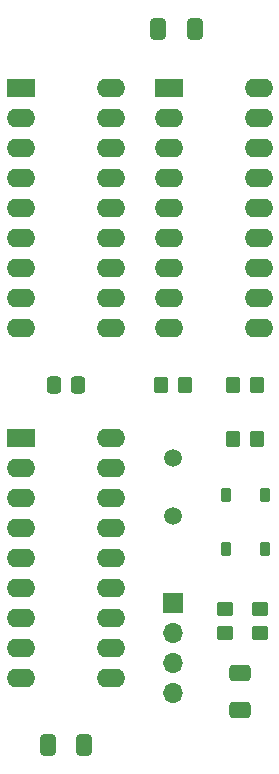
<source format=gbr>
%TF.GenerationSoftware,KiCad,Pcbnew,7.0.6-0*%
%TF.CreationDate,2023-08-27T17:26:56+10:00*%
%TF.ProjectId,PC-SPRINT_SMD,50432d53-5052-4494-9e54-5f534d442e6b,rev?*%
%TF.SameCoordinates,Original*%
%TF.FileFunction,Soldermask,Top*%
%TF.FilePolarity,Negative*%
%FSLAX46Y46*%
G04 Gerber Fmt 4.6, Leading zero omitted, Abs format (unit mm)*
G04 Created by KiCad (PCBNEW 7.0.6-0) date 2023-08-27 17:26:56*
%MOMM*%
%LPD*%
G01*
G04 APERTURE LIST*
G04 Aperture macros list*
%AMRoundRect*
0 Rectangle with rounded corners*
0 $1 Rounding radius*
0 $2 $3 $4 $5 $6 $7 $8 $9 X,Y pos of 4 corners*
0 Add a 4 corners polygon primitive as box body*
4,1,4,$2,$3,$4,$5,$6,$7,$8,$9,$2,$3,0*
0 Add four circle primitives for the rounded corners*
1,1,$1+$1,$2,$3*
1,1,$1+$1,$4,$5*
1,1,$1+$1,$6,$7*
1,1,$1+$1,$8,$9*
0 Add four rect primitives between the rounded corners*
20,1,$1+$1,$2,$3,$4,$5,0*
20,1,$1+$1,$4,$5,$6,$7,0*
20,1,$1+$1,$6,$7,$8,$9,0*
20,1,$1+$1,$8,$9,$2,$3,0*%
G04 Aperture macros list end*
%ADD10RoundRect,0.250000X0.450000X-0.350000X0.450000X0.350000X-0.450000X0.350000X-0.450000X-0.350000X0*%
%ADD11R,2.400000X1.600000*%
%ADD12O,2.400000X1.600000*%
%ADD13RoundRect,0.250000X0.412500X0.650000X-0.412500X0.650000X-0.412500X-0.650000X0.412500X-0.650000X0*%
%ADD14RoundRect,0.250000X-0.350000X-0.450000X0.350000X-0.450000X0.350000X0.450000X-0.350000X0.450000X0*%
%ADD15RoundRect,0.225000X-0.225000X-0.375000X0.225000X-0.375000X0.225000X0.375000X-0.225000X0.375000X0*%
%ADD16C,1.500000*%
%ADD17RoundRect,0.250000X0.650000X-0.412500X0.650000X0.412500X-0.650000X0.412500X-0.650000X-0.412500X0*%
%ADD18R,1.700000X1.700000*%
%ADD19O,1.700000X1.700000*%
%ADD20RoundRect,0.250000X-0.412500X-0.650000X0.412500X-0.650000X0.412500X0.650000X-0.412500X0.650000X0*%
%ADD21RoundRect,0.250000X-0.337500X-0.475000X0.337500X-0.475000X0.337500X0.475000X-0.337500X0.475000X0*%
G04 APERTURE END LIST*
D10*
%TO.C,R4*%
X94837300Y-103282500D03*
X94837300Y-101282500D03*
%TD*%
D11*
%TO.C,U3*%
X77554300Y-86767900D03*
D12*
X77554300Y-89307900D03*
X77554300Y-91847900D03*
X77554300Y-94387900D03*
X77554300Y-96927900D03*
X77554300Y-99467900D03*
X77554300Y-102007900D03*
X77554300Y-104547900D03*
X77554300Y-107087900D03*
X85174300Y-107087900D03*
X85174300Y-104547900D03*
X85174300Y-102007900D03*
X85174300Y-99467900D03*
X85174300Y-96927900D03*
X85174300Y-94387900D03*
X85174300Y-91847900D03*
X85174300Y-89307900D03*
X85174300Y-86767900D03*
%TD*%
D13*
%TO.C,C3*%
X82941800Y-112760800D03*
X79816800Y-112760800D03*
%TD*%
D14*
%TO.C,R1*%
X89422900Y-82263800D03*
X91422900Y-82263800D03*
%TD*%
%TO.C,R2*%
X95520000Y-82263800D03*
X97520000Y-82263800D03*
%TD*%
D15*
%TO.C,D2*%
X94892500Y-96152100D03*
X98192500Y-96152100D03*
%TD*%
%TO.C,D1*%
X94892500Y-91583100D03*
X98192500Y-91583100D03*
%TD*%
D11*
%TO.C,U1*%
X77571900Y-57145600D03*
D12*
X77571900Y-59685600D03*
X77571900Y-62225600D03*
X77571900Y-64765600D03*
X77571900Y-67305600D03*
X77571900Y-69845600D03*
X77571900Y-72385600D03*
X77571900Y-74925600D03*
X77571900Y-77465600D03*
X85191900Y-77465600D03*
X85191900Y-74925600D03*
X85191900Y-72385600D03*
X85191900Y-69845600D03*
X85191900Y-67305600D03*
X85191900Y-64765600D03*
X85191900Y-62225600D03*
X85191900Y-59685600D03*
X85191900Y-57145600D03*
%TD*%
D16*
%TO.C,X1*%
X90422900Y-93370300D03*
X90422900Y-88470300D03*
%TD*%
D11*
%TO.C,U2*%
X90060400Y-57145600D03*
D12*
X90060400Y-59685600D03*
X90060400Y-62225600D03*
X90060400Y-64765600D03*
X90060400Y-67305600D03*
X90060400Y-69845600D03*
X90060400Y-72385600D03*
X90060400Y-74925600D03*
X90060400Y-77465600D03*
X97680400Y-77465600D03*
X97680400Y-74925600D03*
X97680400Y-72385600D03*
X97680400Y-69845600D03*
X97680400Y-67305600D03*
X97680400Y-64765600D03*
X97680400Y-62225600D03*
X97680400Y-59685600D03*
X97680400Y-57145600D03*
%TD*%
D10*
%TO.C,R5*%
X97821800Y-103282500D03*
X97821800Y-101282500D03*
%TD*%
D17*
%TO.C,C4*%
X96075500Y-109823200D03*
X96075500Y-106698200D03*
%TD*%
D18*
%TO.C,J1*%
X90422900Y-100778100D03*
D19*
X90422900Y-103318100D03*
X90422900Y-105858100D03*
X90422900Y-108398100D03*
%TD*%
D14*
%TO.C,R3*%
X95520000Y-86876700D03*
X97520000Y-86876700D03*
%TD*%
D20*
%TO.C,C1*%
X89149600Y-52160800D03*
X92274600Y-52160800D03*
%TD*%
D21*
%TO.C,C2*%
X80341800Y-82293800D03*
X82416800Y-82293800D03*
%TD*%
M02*

</source>
